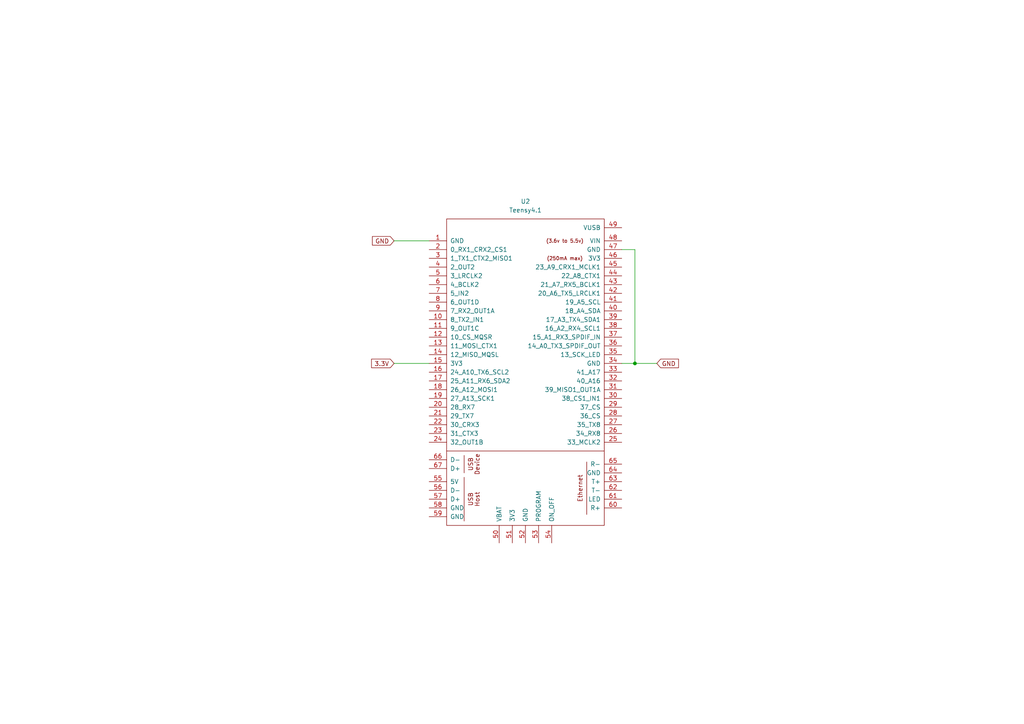
<source format=kicad_sch>
(kicad_sch (version 20250114) (generator "eeschema") (generator_version "9.0")
  (paper "A4")
  (title_block (date "2025-04-03") (rev "0.1") (company "Sounds Like Tim"))
  (lib_symbols
    (symbol "Teensy:Teensy4.1" (pin_names (offset 1.016))
      (property "Reference" "U" (at 0 64.77 0))
      (property "Value" "Teensy4.1" (at 0 62.23 0))
      (symbol "Teensy4.1_0_0"
        (polyline (pts (xy -22.86 -6.35) (xy 22.86 -6.35)))
        (polyline (pts (xy -17.78 -7.62) (xy -17.78 -12.7)))
        (polyline (pts (xy -17.78 -26.67) (xy -17.78 -13.97)))
        (polyline (pts (xy 17.78 -9.525) (xy 17.78 -24.765)))
        (text "USB" (at -15.875 -10.16 900) (effects (font (size 1.27 1.27))))
        (text "USB" (at -15.875 -20.32 900) (effects (font (size 1.27 1.27))))
        (text "Device" (at -13.97 -10.16 900) (effects (font (size 1.27 1.27))))
        (text "Host" (at -13.97 -20.32 900) (effects (font (size 1.27 1.27))))
        (text "(3.6v to 5.5v)" (at 11.43 54.61 0) (effects (font (size 1.016 1.016))))
        (text "(250mA max)" (at 11.43 49.53 0) (effects (font (size 1.016 1.016))))
        (text "Ethernet" (at 15.875 -17.145 900) (effects (font (size 1.27 1.27))))
        (pin bidirectional line (at -27.94 44.45 0) (length 5.08) (name "3_LRCLK2") (number "5"))
        (pin bidirectional line (at -27.94 41.91 0) (length 5.08) (name "4_BCLK2") (number "6"))
        (pin bidirectional line (at -27.94 39.37 0) (length 5.08) (name "5_IN2") (number "7"))
        (pin bidirectional line (at -27.94 36.83 0) (length 5.08) (name "6_OUT1D") (number "8"))
        (pin bidirectional line (at -27.94 34.29 0) (length 5.08) (name "7_RX2_OUT1A") (number "9"))
        (pin bidirectional line (at -27.94 31.75 0) (length 5.08) (name "8_TX2_IN1") (number "10"))
        (pin bidirectional line (at -27.94 29.21 0) (length 5.08) (name "9_OUT1C") (number "11"))
        (pin bidirectional line (at -27.94 26.67 0) (length 5.08) (name "10_CS_MQSR") (number "12"))
        (pin bidirectional line (at -27.94 24.13 0) (length 5.08) (name "11_MOSI_CTX1") (number "13"))
        (pin bidirectional line (at -27.94 21.59 0) (length 5.08) (name "12_MISO_MQSL") (number "14"))
        (pin power_in line (at -27.94 19.05 0) (length 5.08) (name "3V3") (number "15"))
        (pin bidirectional line (at -27.94 16.51 0) (length 5.08) (name "24_A10_TX6_SCL2") (number "16"))
        (pin bidirectional line (at -27.94 13.97 0) (length 5.08) (name "25_A11_RX6_SDA2") (number "17"))
        (pin bidirectional line (at -27.94 11.43 0) (length 5.08) (name "26_A12_MOSI1") (number "18"))
        (pin bidirectional line (at -27.94 8.89 0) (length 5.08) (name "27_A13_SCK1") (number "19"))
        (pin bidirectional line (at -27.94 6.35 0) (length 5.08) (name "28_RX7") (number "20"))
        (pin bidirectional line (at -27.94 3.81 0) (length 5.08) (name "29_TX7") (number "21"))
        (pin bidirectional line (at -27.94 1.27 0) (length 5.08) (name "30_CRX3") (number "22"))
        (pin bidirectional line (at -27.94 -1.27 0) (length 5.08) (name "31_CTX3") (number "23"))
        (pin bidirectional line (at -27.94 -3.81 0) (length 5.08) (name "32_OUT1B") (number "24"))
        (pin bidirectional line (at -27.94 -8.89 0) (length 5.08) (name "D-") (number "66"))
        (pin bidirectional line (at -27.94 -11.43 0) (length 5.08) (name "D+") (number "67"))
        (pin power_out line (at -27.94 -15.24 0) (length 5.08) (name "5V") (number "55"))
        (pin bidirectional line (at -27.94 -17.78 0) (length 5.08) (name "D-") (number "56"))
        (pin bidirectional line (at -27.94 -20.32 0) (length 5.08) (name "D+") (number "57"))
        (pin power_in line (at -27.94 -22.86 0) (length 5.08) (name "GND") (number "58"))
        (pin power_in line (at -27.94 -25.4 0) (length 5.08) (name "GND") (number "59"))
        (pin power_in line (at -7.62 -33.02 90) (length 5.08) (name "VBAT") (number "50"))
        (pin power_in line (at -3.81 -33.02 90) (length 5.08) (name "3V3") (number "51"))
        (pin input line (at 0 -33.02 90) (length 5.08) (name "GND") (number "52"))
        (pin input line (at 3.81 -33.02 90) (length 5.08) (name "PROGRAM") (number "53"))
        (pin input line (at 7.62 -33.02 90) (length 5.08) (name "ON_OFF") (number "54"))
        (pin power_out line (at 27.94 58.42 180) (length 5.08) (name "VUSB") (number "49"))
        (pin power_in line (at 27.94 54.61 180) (length 5.08) (name "VIN") (number "48"))
        (pin output line (at 27.94 52.07 180) (length 5.08) (name "GND") (number "47"))
        (pin output line (at 27.94 49.53 180) (length 5.08) (name "3V3") (number "46"))
        (pin bidirectional line (at 27.94 46.99 180) (length 5.08) (name "23_A9_CRX1_MCLK1") (number "45"))
        (pin bidirectional line (at 27.94 44.45 180) (length 5.08) (name "22_A8_CTX1") (number "44"))
        (pin bidirectional line (at 27.94 41.91 180) (length 5.08) (name "21_A7_RX5_BCLK1") (number "43"))
        (pin bidirectional line (at 27.94 39.37 180) (length 5.08) (name "20_A6_TX5_LRCLK1") (number "42"))
        (pin bidirectional line (at 27.94 36.83 180) (length 5.08) (name "19_A5_SCL") (number "41"))
        (pin bidirectional line (at 27.94 34.29 180) (length 5.08) (name "18_A4_SDA") (number "40"))
        (pin bidirectional line (at 27.94 31.75 180) (length 5.08) (name "17_A3_TX4_SDA1") (number "39"))
        (pin bidirectional line (at 27.94 29.21 180) (length 5.08) (name "16_A2_RX4_SCL1") (number "38"))
        (pin bidirectional line (at 27.94 26.67 180) (length 5.08) (name "15_A1_RX3_SPDIF_IN") (number "37"))
        (pin bidirectional line (at 27.94 24.13 180) (length 5.08) (name "14_A0_TX3_SPDIF_OUT") (number "36"))
        (pin bidirectional line (at 27.94 21.59 180) (length 5.08) (name "13_SCK_LED") (number "35"))
        (pin bidirectional line (at 27.94 16.51 180) (length 5.08) (name "41_A17") (number "33"))
        (pin bidirectional line (at 27.94 13.97 180) (length 5.08) (name "40_A16") (number "32"))
        (pin bidirectional line (at 27.94 11.43 180) (length 5.08) (name "39_MISO1_OUT1A") (number "31"))
        (pin bidirectional line (at 27.94 8.89 180) (length 5.08) (name "38_CS1_IN1") (number "30"))
        (pin bidirectional line (at 27.94 6.35 180) (length 5.08) (name "37_CS") (number "29"))
        (pin bidirectional line (at 27.94 3.81 180) (length 5.08) (name "36_CS") (number "28"))
        (pin bidirectional line (at 27.94 1.27 180) (length 5.08) (name "35_TX8") (number "27"))
        (pin bidirectional line (at 27.94 -1.27 180) (length 5.08) (name "34_RX8") (number "26"))
        (pin bidirectional line (at 27.94 -3.81 180) (length 5.08) (name "33_MCLK2") (number "25"))
        (pin bidirectional line (at 27.94 -10.16 180) (length 5.08) (name "R-") (number "65"))
        (pin power_in line (at 27.94 -12.7 180) (length 5.08) (name "GND") (number "64"))
        (pin bidirectional line (at 27.94 -15.24 180) (length 5.08) (name "T+") (number "63"))
        (pin bidirectional line (at 27.94 -17.78 180) (length 5.08) (name "T-") (number "62"))
        (pin bidirectional line (at 27.94 -20.32 180) (length 5.08) (name "LED") (number "61"))
        (pin bidirectional line (at 27.94 -22.86 180) (length 5.08) (name "R+") (number "60"))
      )
      (symbol "Teensy4.1_0_1"
        (rectangle (start -22.86 60.96) (end 22.86 -27.94))
        (rectangle (start -20.32 -1.27) (end -20.32 -1.27))
      )
      (symbol "Teensy4.1_1_1"
        (pin power_in line (at -27.94 54.61 0) (length 5.08) (name "GND") (number "1"))
        (pin bidirectional line (at -27.94 52.07 0) (length 5.08) (name "0_RX1_CRX2_CS1") (number "2"))
        (pin bidirectional line (at -27.94 49.53 0) (length 5.08) (name "1_TX1_CTX2_MISO1") (number "3"))
        (pin bidirectional line (at -27.94 46.99 0) (length 5.08) (name "2_OUT2") (number "4"))
        (pin power_in line (at 27.94 19.05 180) (length 5.08) (name "GND") (number "34"))
      )
    )
  )
  (junction (at 184.15 105.41))
  (wire (pts (xy 184.15 105.41) (xy 190.5 105.41)))
  (wire (pts (xy 184.15 72.39) (xy 184.15 105.41)))
  (wire (pts (xy 180.34 105.41) (xy 184.15 105.41)))
  (wire (pts (xy 114.3 69.85) (xy 124.46 69.85)))
  (wire (pts (xy 114.3 105.41) (xy 124.46 105.41)))
  (wire (pts (xy 180.34 72.39) (xy 184.15 72.39)))
  (global_label "GND" (shape input) (at 190.5 105.41 0) (property "Intersheetrefs" "${INTERSHEET_REFS}" (effects (hide yes))))
  (global_label "GND" (shape input) (at 114.3 69.85 180) (property "Intersheetrefs" "${INTERSHEET_REFS}" (effects (hide yes))))
  (global_label "3.3V" (shape input) (at 114.3 105.41 180) (property "Intersheetrefs" "${INTERSHEET_REFS}" (effects (hide yes))))
  (symbol (lib_id "Teensy:Teensy4.1") (at 152.4 124.46 0) (unit 1)
    (property "Reference" "U2" (at 152.4 58.42 0))
    (property "Value" "Teensy4.1" (at 152.4 60.96 0))
  )
)
</source>
